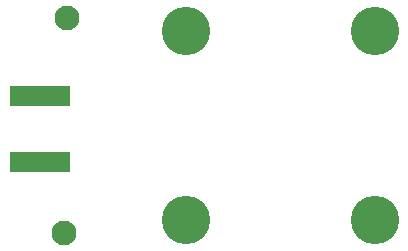
<source format=gbr>
%TF.GenerationSoftware,KiCad,Pcbnew,(5.1.6-0-10_14)*%
%TF.CreationDate,2020-08-07T17:14:13-07:00*%
%TF.ProjectId,pockels_modulator_pcb,706f636b-656c-4735-9f6d-6f64756c6174,rev?*%
%TF.SameCoordinates,Original*%
%TF.FileFunction,Soldermask,Bot*%
%TF.FilePolarity,Negative*%
%FSLAX46Y46*%
G04 Gerber Fmt 4.6, Leading zero omitted, Abs format (unit mm)*
G04 Created by KiCad (PCBNEW (5.1.6-0-10_14)) date 2020-08-07 17:14:13*
%MOMM*%
%LPD*%
G01*
G04 APERTURE LIST*
%ADD10C,4.100000*%
%ADD11C,2.100000*%
%ADD12R,5.180000X1.700000*%
G04 APERTURE END LIST*
D10*
%TO.C,H4*%
X208000000Y-108000000D03*
%TD*%
%TO.C,H3*%
X192000000Y-108000000D03*
%TD*%
%TO.C,H2*%
X192000000Y-92000000D03*
%TD*%
%TO.C,H1*%
X208000000Y-92000000D03*
%TD*%
D11*
%TO.C,TP2*%
X181991000Y-90932000D03*
%TD*%
%TO.C,TP1*%
X181737000Y-109093000D03*
%TD*%
D12*
%TO.C,J1*%
X179705000Y-103100000D03*
X179705000Y-97560000D03*
%TD*%
M02*

</source>
